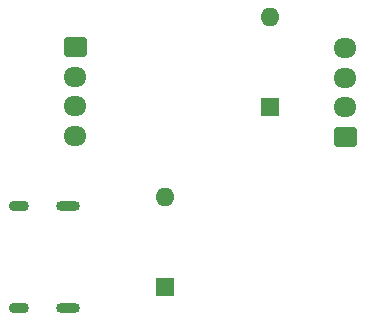
<source format=gbr>
%TF.GenerationSoftware,KiCad,Pcbnew,(5.1.10)-1*%
%TF.CreationDate,2025-08-18T11:18:52+09:00*%
%TF.ProjectId,TA_01,54415f30-312e-46b6-9963-61645f706362,rev?*%
%TF.SameCoordinates,Original*%
%TF.FileFunction,Copper,L2,Bot*%
%TF.FilePolarity,Positive*%
%FSLAX46Y46*%
G04 Gerber Fmt 4.6, Leading zero omitted, Abs format (unit mm)*
G04 Created by KiCad (PCBNEW (5.1.10)-1) date 2025-08-18 11:18:52*
%MOMM*%
%LPD*%
G01*
G04 APERTURE LIST*
%TA.AperFunction,ComponentPad*%
%ADD10O,1.700000X0.900000*%
%TD*%
%TA.AperFunction,ComponentPad*%
%ADD11O,2.000000X0.900000*%
%TD*%
%TA.AperFunction,ComponentPad*%
%ADD12O,1.950000X1.700000*%
%TD*%
%TA.AperFunction,ComponentPad*%
%ADD13O,1.600000X1.600000*%
%TD*%
%TA.AperFunction,ComponentPad*%
%ADD14R,1.600000X1.600000*%
%TD*%
G04 APERTURE END LIST*
D10*
%TO.P,J3,S1*%
%TO.N,GND*%
X94280000Y-118620000D03*
X94280000Y-109980000D03*
D11*
X98450000Y-118620000D03*
X98450000Y-109980000D03*
%TD*%
D12*
%TO.P,J2,4*%
%TO.N,/Rx*%
X121920000Y-96640000D03*
%TO.P,J2,3*%
%TO.N,/Tx*%
X121920000Y-99140000D03*
%TO.P,J2,2*%
%TO.N,GND*%
X121920000Y-101640000D03*
%TO.P,J2,1*%
%TO.N,+5V*%
%TA.AperFunction,ComponentPad*%
G36*
G01*
X122645000Y-104990000D02*
X121195000Y-104990000D01*
G75*
G02*
X120945000Y-104740000I0J250000D01*
G01*
X120945000Y-103540000D01*
G75*
G02*
X121195000Y-103290000I250000J0D01*
G01*
X122645000Y-103290000D01*
G75*
G02*
X122895000Y-103540000I0J-250000D01*
G01*
X122895000Y-104740000D01*
G75*
G02*
X122645000Y-104990000I-250000J0D01*
G01*
G37*
%TD.AperFunction*%
%TD*%
%TO.P,J1,4*%
%TO.N,GND*%
X99060000Y-104020000D03*
%TO.P,J1,3*%
%TO.N,/RxD*%
X99060000Y-101520000D03*
%TO.P,J1,2*%
%TO.N,/TxD*%
X99060000Y-99020000D03*
%TO.P,J1,1*%
%TO.N,+5V*%
%TA.AperFunction,ComponentPad*%
G36*
G01*
X98335000Y-95670000D02*
X99785000Y-95670000D01*
G75*
G02*
X100035000Y-95920000I0J-250000D01*
G01*
X100035000Y-97120000D01*
G75*
G02*
X99785000Y-97370000I-250000J0D01*
G01*
X98335000Y-97370000D01*
G75*
G02*
X98085000Y-97120000I0J250000D01*
G01*
X98085000Y-95920000D01*
G75*
G02*
X98335000Y-95670000I250000J0D01*
G01*
G37*
%TD.AperFunction*%
%TD*%
D13*
%TO.P,D3,2*%
%TO.N,Net-(D3-Pad2)*%
X106680000Y-109220000D03*
D14*
%TO.P,D3,1*%
%TO.N,+5VA*%
X106680000Y-116840000D03*
%TD*%
D13*
%TO.P,D1,2*%
%TO.N,/Rx*%
X115570000Y-93980000D03*
D14*
%TO.P,D1,1*%
%TO.N,/Tx*%
X115570000Y-101600000D03*
%TD*%
M02*

</source>
